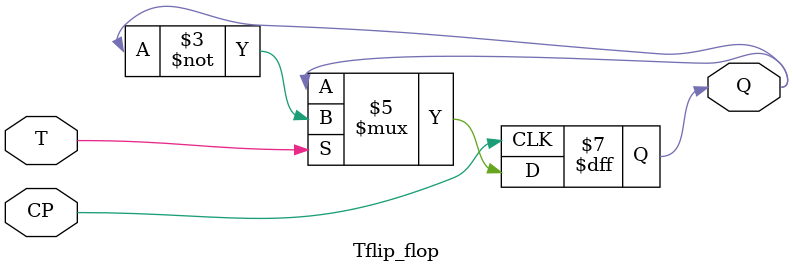
<source format=v>
module Tflip_flop(T,Q,CP);
	input T,CP;
	output Q;
	reg Q;
	
	always @(posedge CP)
		begin
			if(~T)
				Q = Q;
			else
				Q = ~Q;
		end
endmodule
</source>
